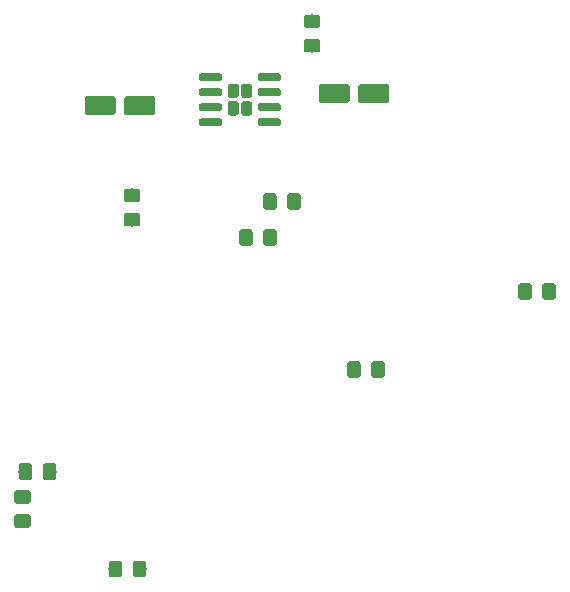
<source format=gbr>
G04 #@! TF.GenerationSoftware,KiCad,Pcbnew,(5.1.4)-1*
G04 #@! TF.CreationDate,2020-06-30T20:05:52+02:00*
G04 #@! TF.ProjectId,ReflowControllerREV1,5265666c-6f77-4436-9f6e-74726f6c6c65,rev?*
G04 #@! TF.SameCoordinates,Original*
G04 #@! TF.FileFunction,Paste,Top*
G04 #@! TF.FilePolarity,Positive*
%FSLAX46Y46*%
G04 Gerber Fmt 4.6, Leading zero omitted, Abs format (unit mm)*
G04 Created by KiCad (PCBNEW (5.1.4)-1) date 2020-06-30 20:05:52*
%MOMM*%
%LPD*%
G04 APERTURE LIST*
%ADD10C,0.100000*%
%ADD11C,1.150000*%
%ADD12C,0.600000*%
%ADD13C,0.920000*%
%ADD14C,1.600000*%
G04 APERTURE END LIST*
D10*
G36*
X237839505Y-98361204D02*
G01*
X237863773Y-98364804D01*
X237887572Y-98370765D01*
X237910671Y-98379030D01*
X237932850Y-98389520D01*
X237953893Y-98402132D01*
X237973599Y-98416747D01*
X237991777Y-98433223D01*
X238008253Y-98451401D01*
X238022868Y-98471107D01*
X238035480Y-98492150D01*
X238045970Y-98514329D01*
X238054235Y-98537428D01*
X238060196Y-98561227D01*
X238063796Y-98585495D01*
X238065000Y-98609999D01*
X238065000Y-99510001D01*
X238063796Y-99534505D01*
X238060196Y-99558773D01*
X238054235Y-99582572D01*
X238045970Y-99605671D01*
X238035480Y-99627850D01*
X238022868Y-99648893D01*
X238008253Y-99668599D01*
X237991777Y-99686777D01*
X237973599Y-99703253D01*
X237953893Y-99717868D01*
X237932850Y-99730480D01*
X237910671Y-99740970D01*
X237887572Y-99749235D01*
X237863773Y-99755196D01*
X237839505Y-99758796D01*
X237815001Y-99760000D01*
X237164999Y-99760000D01*
X237140495Y-99758796D01*
X237116227Y-99755196D01*
X237092428Y-99749235D01*
X237069329Y-99740970D01*
X237047150Y-99730480D01*
X237026107Y-99717868D01*
X237006401Y-99703253D01*
X236988223Y-99686777D01*
X236971747Y-99668599D01*
X236957132Y-99648893D01*
X236944520Y-99627850D01*
X236934030Y-99605671D01*
X236925765Y-99582572D01*
X236919804Y-99558773D01*
X236916204Y-99534505D01*
X236915000Y-99510001D01*
X236915000Y-98609999D01*
X236916204Y-98585495D01*
X236919804Y-98561227D01*
X236925765Y-98537428D01*
X236934030Y-98514329D01*
X236944520Y-98492150D01*
X236957132Y-98471107D01*
X236971747Y-98451401D01*
X236988223Y-98433223D01*
X237006401Y-98416747D01*
X237026107Y-98402132D01*
X237047150Y-98389520D01*
X237069329Y-98379030D01*
X237092428Y-98370765D01*
X237116227Y-98364804D01*
X237140495Y-98361204D01*
X237164999Y-98360000D01*
X237815001Y-98360000D01*
X237839505Y-98361204D01*
X237839505Y-98361204D01*
G37*
D11*
X237490000Y-99060000D03*
D10*
G36*
X239889505Y-98361204D02*
G01*
X239913773Y-98364804D01*
X239937572Y-98370765D01*
X239960671Y-98379030D01*
X239982850Y-98389520D01*
X240003893Y-98402132D01*
X240023599Y-98416747D01*
X240041777Y-98433223D01*
X240058253Y-98451401D01*
X240072868Y-98471107D01*
X240085480Y-98492150D01*
X240095970Y-98514329D01*
X240104235Y-98537428D01*
X240110196Y-98561227D01*
X240113796Y-98585495D01*
X240115000Y-98609999D01*
X240115000Y-99510001D01*
X240113796Y-99534505D01*
X240110196Y-99558773D01*
X240104235Y-99582572D01*
X240095970Y-99605671D01*
X240085480Y-99627850D01*
X240072868Y-99648893D01*
X240058253Y-99668599D01*
X240041777Y-99686777D01*
X240023599Y-99703253D01*
X240003893Y-99717868D01*
X239982850Y-99730480D01*
X239960671Y-99740970D01*
X239937572Y-99749235D01*
X239913773Y-99755196D01*
X239889505Y-99758796D01*
X239865001Y-99760000D01*
X239214999Y-99760000D01*
X239190495Y-99758796D01*
X239166227Y-99755196D01*
X239142428Y-99749235D01*
X239119329Y-99740970D01*
X239097150Y-99730480D01*
X239076107Y-99717868D01*
X239056401Y-99703253D01*
X239038223Y-99686777D01*
X239021747Y-99668599D01*
X239007132Y-99648893D01*
X238994520Y-99627850D01*
X238984030Y-99605671D01*
X238975765Y-99582572D01*
X238969804Y-99558773D01*
X238966204Y-99534505D01*
X238965000Y-99510001D01*
X238965000Y-98609999D01*
X238966204Y-98585495D01*
X238969804Y-98561227D01*
X238975765Y-98537428D01*
X238984030Y-98514329D01*
X238994520Y-98492150D01*
X239007132Y-98471107D01*
X239021747Y-98451401D01*
X239038223Y-98433223D01*
X239056401Y-98416747D01*
X239076107Y-98402132D01*
X239097150Y-98389520D01*
X239119329Y-98379030D01*
X239142428Y-98370765D01*
X239166227Y-98364804D01*
X239190495Y-98361204D01*
X239214999Y-98360000D01*
X239865001Y-98360000D01*
X239889505Y-98361204D01*
X239889505Y-98361204D01*
G37*
D11*
X239540000Y-99060000D03*
D10*
G36*
X211724703Y-84409722D02*
G01*
X211739264Y-84411882D01*
X211753543Y-84415459D01*
X211767403Y-84420418D01*
X211780710Y-84426712D01*
X211793336Y-84434280D01*
X211805159Y-84443048D01*
X211816066Y-84452934D01*
X211825952Y-84463841D01*
X211834720Y-84475664D01*
X211842288Y-84488290D01*
X211848582Y-84501597D01*
X211853541Y-84515457D01*
X211857118Y-84529736D01*
X211859278Y-84544297D01*
X211860000Y-84559000D01*
X211860000Y-84859000D01*
X211859278Y-84873703D01*
X211857118Y-84888264D01*
X211853541Y-84902543D01*
X211848582Y-84916403D01*
X211842288Y-84929710D01*
X211834720Y-84942336D01*
X211825952Y-84954159D01*
X211816066Y-84965066D01*
X211805159Y-84974952D01*
X211793336Y-84983720D01*
X211780710Y-84991288D01*
X211767403Y-84997582D01*
X211753543Y-85002541D01*
X211739264Y-85006118D01*
X211724703Y-85008278D01*
X211710000Y-85009000D01*
X210060000Y-85009000D01*
X210045297Y-85008278D01*
X210030736Y-85006118D01*
X210016457Y-85002541D01*
X210002597Y-84997582D01*
X209989290Y-84991288D01*
X209976664Y-84983720D01*
X209964841Y-84974952D01*
X209953934Y-84965066D01*
X209944048Y-84954159D01*
X209935280Y-84942336D01*
X209927712Y-84929710D01*
X209921418Y-84916403D01*
X209916459Y-84902543D01*
X209912882Y-84888264D01*
X209910722Y-84873703D01*
X209910000Y-84859000D01*
X209910000Y-84559000D01*
X209910722Y-84544297D01*
X209912882Y-84529736D01*
X209916459Y-84515457D01*
X209921418Y-84501597D01*
X209927712Y-84488290D01*
X209935280Y-84475664D01*
X209944048Y-84463841D01*
X209953934Y-84452934D01*
X209964841Y-84443048D01*
X209976664Y-84434280D01*
X209989290Y-84426712D01*
X210002597Y-84420418D01*
X210016457Y-84415459D01*
X210030736Y-84411882D01*
X210045297Y-84409722D01*
X210060000Y-84409000D01*
X211710000Y-84409000D01*
X211724703Y-84409722D01*
X211724703Y-84409722D01*
G37*
D12*
X210885000Y-84709000D03*
D10*
G36*
X211724703Y-83139722D02*
G01*
X211739264Y-83141882D01*
X211753543Y-83145459D01*
X211767403Y-83150418D01*
X211780710Y-83156712D01*
X211793336Y-83164280D01*
X211805159Y-83173048D01*
X211816066Y-83182934D01*
X211825952Y-83193841D01*
X211834720Y-83205664D01*
X211842288Y-83218290D01*
X211848582Y-83231597D01*
X211853541Y-83245457D01*
X211857118Y-83259736D01*
X211859278Y-83274297D01*
X211860000Y-83289000D01*
X211860000Y-83589000D01*
X211859278Y-83603703D01*
X211857118Y-83618264D01*
X211853541Y-83632543D01*
X211848582Y-83646403D01*
X211842288Y-83659710D01*
X211834720Y-83672336D01*
X211825952Y-83684159D01*
X211816066Y-83695066D01*
X211805159Y-83704952D01*
X211793336Y-83713720D01*
X211780710Y-83721288D01*
X211767403Y-83727582D01*
X211753543Y-83732541D01*
X211739264Y-83736118D01*
X211724703Y-83738278D01*
X211710000Y-83739000D01*
X210060000Y-83739000D01*
X210045297Y-83738278D01*
X210030736Y-83736118D01*
X210016457Y-83732541D01*
X210002597Y-83727582D01*
X209989290Y-83721288D01*
X209976664Y-83713720D01*
X209964841Y-83704952D01*
X209953934Y-83695066D01*
X209944048Y-83684159D01*
X209935280Y-83672336D01*
X209927712Y-83659710D01*
X209921418Y-83646403D01*
X209916459Y-83632543D01*
X209912882Y-83618264D01*
X209910722Y-83603703D01*
X209910000Y-83589000D01*
X209910000Y-83289000D01*
X209910722Y-83274297D01*
X209912882Y-83259736D01*
X209916459Y-83245457D01*
X209921418Y-83231597D01*
X209927712Y-83218290D01*
X209935280Y-83205664D01*
X209944048Y-83193841D01*
X209953934Y-83182934D01*
X209964841Y-83173048D01*
X209976664Y-83164280D01*
X209989290Y-83156712D01*
X210002597Y-83150418D01*
X210016457Y-83145459D01*
X210030736Y-83141882D01*
X210045297Y-83139722D01*
X210060000Y-83139000D01*
X211710000Y-83139000D01*
X211724703Y-83139722D01*
X211724703Y-83139722D01*
G37*
D12*
X210885000Y-83439000D03*
D10*
G36*
X211724703Y-81869722D02*
G01*
X211739264Y-81871882D01*
X211753543Y-81875459D01*
X211767403Y-81880418D01*
X211780710Y-81886712D01*
X211793336Y-81894280D01*
X211805159Y-81903048D01*
X211816066Y-81912934D01*
X211825952Y-81923841D01*
X211834720Y-81935664D01*
X211842288Y-81948290D01*
X211848582Y-81961597D01*
X211853541Y-81975457D01*
X211857118Y-81989736D01*
X211859278Y-82004297D01*
X211860000Y-82019000D01*
X211860000Y-82319000D01*
X211859278Y-82333703D01*
X211857118Y-82348264D01*
X211853541Y-82362543D01*
X211848582Y-82376403D01*
X211842288Y-82389710D01*
X211834720Y-82402336D01*
X211825952Y-82414159D01*
X211816066Y-82425066D01*
X211805159Y-82434952D01*
X211793336Y-82443720D01*
X211780710Y-82451288D01*
X211767403Y-82457582D01*
X211753543Y-82462541D01*
X211739264Y-82466118D01*
X211724703Y-82468278D01*
X211710000Y-82469000D01*
X210060000Y-82469000D01*
X210045297Y-82468278D01*
X210030736Y-82466118D01*
X210016457Y-82462541D01*
X210002597Y-82457582D01*
X209989290Y-82451288D01*
X209976664Y-82443720D01*
X209964841Y-82434952D01*
X209953934Y-82425066D01*
X209944048Y-82414159D01*
X209935280Y-82402336D01*
X209927712Y-82389710D01*
X209921418Y-82376403D01*
X209916459Y-82362543D01*
X209912882Y-82348264D01*
X209910722Y-82333703D01*
X209910000Y-82319000D01*
X209910000Y-82019000D01*
X209910722Y-82004297D01*
X209912882Y-81989736D01*
X209916459Y-81975457D01*
X209921418Y-81961597D01*
X209927712Y-81948290D01*
X209935280Y-81935664D01*
X209944048Y-81923841D01*
X209953934Y-81912934D01*
X209964841Y-81903048D01*
X209976664Y-81894280D01*
X209989290Y-81886712D01*
X210002597Y-81880418D01*
X210016457Y-81875459D01*
X210030736Y-81871882D01*
X210045297Y-81869722D01*
X210060000Y-81869000D01*
X211710000Y-81869000D01*
X211724703Y-81869722D01*
X211724703Y-81869722D01*
G37*
D12*
X210885000Y-82169000D03*
D10*
G36*
X211724703Y-80599722D02*
G01*
X211739264Y-80601882D01*
X211753543Y-80605459D01*
X211767403Y-80610418D01*
X211780710Y-80616712D01*
X211793336Y-80624280D01*
X211805159Y-80633048D01*
X211816066Y-80642934D01*
X211825952Y-80653841D01*
X211834720Y-80665664D01*
X211842288Y-80678290D01*
X211848582Y-80691597D01*
X211853541Y-80705457D01*
X211857118Y-80719736D01*
X211859278Y-80734297D01*
X211860000Y-80749000D01*
X211860000Y-81049000D01*
X211859278Y-81063703D01*
X211857118Y-81078264D01*
X211853541Y-81092543D01*
X211848582Y-81106403D01*
X211842288Y-81119710D01*
X211834720Y-81132336D01*
X211825952Y-81144159D01*
X211816066Y-81155066D01*
X211805159Y-81164952D01*
X211793336Y-81173720D01*
X211780710Y-81181288D01*
X211767403Y-81187582D01*
X211753543Y-81192541D01*
X211739264Y-81196118D01*
X211724703Y-81198278D01*
X211710000Y-81199000D01*
X210060000Y-81199000D01*
X210045297Y-81198278D01*
X210030736Y-81196118D01*
X210016457Y-81192541D01*
X210002597Y-81187582D01*
X209989290Y-81181288D01*
X209976664Y-81173720D01*
X209964841Y-81164952D01*
X209953934Y-81155066D01*
X209944048Y-81144159D01*
X209935280Y-81132336D01*
X209927712Y-81119710D01*
X209921418Y-81106403D01*
X209916459Y-81092543D01*
X209912882Y-81078264D01*
X209910722Y-81063703D01*
X209910000Y-81049000D01*
X209910000Y-80749000D01*
X209910722Y-80734297D01*
X209912882Y-80719736D01*
X209916459Y-80705457D01*
X209921418Y-80691597D01*
X209927712Y-80678290D01*
X209935280Y-80665664D01*
X209944048Y-80653841D01*
X209953934Y-80642934D01*
X209964841Y-80633048D01*
X209976664Y-80624280D01*
X209989290Y-80616712D01*
X210002597Y-80610418D01*
X210016457Y-80605459D01*
X210030736Y-80601882D01*
X210045297Y-80599722D01*
X210060000Y-80599000D01*
X211710000Y-80599000D01*
X211724703Y-80599722D01*
X211724703Y-80599722D01*
G37*
D12*
X210885000Y-80899000D03*
D10*
G36*
X216674703Y-80599722D02*
G01*
X216689264Y-80601882D01*
X216703543Y-80605459D01*
X216717403Y-80610418D01*
X216730710Y-80616712D01*
X216743336Y-80624280D01*
X216755159Y-80633048D01*
X216766066Y-80642934D01*
X216775952Y-80653841D01*
X216784720Y-80665664D01*
X216792288Y-80678290D01*
X216798582Y-80691597D01*
X216803541Y-80705457D01*
X216807118Y-80719736D01*
X216809278Y-80734297D01*
X216810000Y-80749000D01*
X216810000Y-81049000D01*
X216809278Y-81063703D01*
X216807118Y-81078264D01*
X216803541Y-81092543D01*
X216798582Y-81106403D01*
X216792288Y-81119710D01*
X216784720Y-81132336D01*
X216775952Y-81144159D01*
X216766066Y-81155066D01*
X216755159Y-81164952D01*
X216743336Y-81173720D01*
X216730710Y-81181288D01*
X216717403Y-81187582D01*
X216703543Y-81192541D01*
X216689264Y-81196118D01*
X216674703Y-81198278D01*
X216660000Y-81199000D01*
X215010000Y-81199000D01*
X214995297Y-81198278D01*
X214980736Y-81196118D01*
X214966457Y-81192541D01*
X214952597Y-81187582D01*
X214939290Y-81181288D01*
X214926664Y-81173720D01*
X214914841Y-81164952D01*
X214903934Y-81155066D01*
X214894048Y-81144159D01*
X214885280Y-81132336D01*
X214877712Y-81119710D01*
X214871418Y-81106403D01*
X214866459Y-81092543D01*
X214862882Y-81078264D01*
X214860722Y-81063703D01*
X214860000Y-81049000D01*
X214860000Y-80749000D01*
X214860722Y-80734297D01*
X214862882Y-80719736D01*
X214866459Y-80705457D01*
X214871418Y-80691597D01*
X214877712Y-80678290D01*
X214885280Y-80665664D01*
X214894048Y-80653841D01*
X214903934Y-80642934D01*
X214914841Y-80633048D01*
X214926664Y-80624280D01*
X214939290Y-80616712D01*
X214952597Y-80610418D01*
X214966457Y-80605459D01*
X214980736Y-80601882D01*
X214995297Y-80599722D01*
X215010000Y-80599000D01*
X216660000Y-80599000D01*
X216674703Y-80599722D01*
X216674703Y-80599722D01*
G37*
D12*
X215835000Y-80899000D03*
D10*
G36*
X216674703Y-81869722D02*
G01*
X216689264Y-81871882D01*
X216703543Y-81875459D01*
X216717403Y-81880418D01*
X216730710Y-81886712D01*
X216743336Y-81894280D01*
X216755159Y-81903048D01*
X216766066Y-81912934D01*
X216775952Y-81923841D01*
X216784720Y-81935664D01*
X216792288Y-81948290D01*
X216798582Y-81961597D01*
X216803541Y-81975457D01*
X216807118Y-81989736D01*
X216809278Y-82004297D01*
X216810000Y-82019000D01*
X216810000Y-82319000D01*
X216809278Y-82333703D01*
X216807118Y-82348264D01*
X216803541Y-82362543D01*
X216798582Y-82376403D01*
X216792288Y-82389710D01*
X216784720Y-82402336D01*
X216775952Y-82414159D01*
X216766066Y-82425066D01*
X216755159Y-82434952D01*
X216743336Y-82443720D01*
X216730710Y-82451288D01*
X216717403Y-82457582D01*
X216703543Y-82462541D01*
X216689264Y-82466118D01*
X216674703Y-82468278D01*
X216660000Y-82469000D01*
X215010000Y-82469000D01*
X214995297Y-82468278D01*
X214980736Y-82466118D01*
X214966457Y-82462541D01*
X214952597Y-82457582D01*
X214939290Y-82451288D01*
X214926664Y-82443720D01*
X214914841Y-82434952D01*
X214903934Y-82425066D01*
X214894048Y-82414159D01*
X214885280Y-82402336D01*
X214877712Y-82389710D01*
X214871418Y-82376403D01*
X214866459Y-82362543D01*
X214862882Y-82348264D01*
X214860722Y-82333703D01*
X214860000Y-82319000D01*
X214860000Y-82019000D01*
X214860722Y-82004297D01*
X214862882Y-81989736D01*
X214866459Y-81975457D01*
X214871418Y-81961597D01*
X214877712Y-81948290D01*
X214885280Y-81935664D01*
X214894048Y-81923841D01*
X214903934Y-81912934D01*
X214914841Y-81903048D01*
X214926664Y-81894280D01*
X214939290Y-81886712D01*
X214952597Y-81880418D01*
X214966457Y-81875459D01*
X214980736Y-81871882D01*
X214995297Y-81869722D01*
X215010000Y-81869000D01*
X216660000Y-81869000D01*
X216674703Y-81869722D01*
X216674703Y-81869722D01*
G37*
D12*
X215835000Y-82169000D03*
D10*
G36*
X216674703Y-83139722D02*
G01*
X216689264Y-83141882D01*
X216703543Y-83145459D01*
X216717403Y-83150418D01*
X216730710Y-83156712D01*
X216743336Y-83164280D01*
X216755159Y-83173048D01*
X216766066Y-83182934D01*
X216775952Y-83193841D01*
X216784720Y-83205664D01*
X216792288Y-83218290D01*
X216798582Y-83231597D01*
X216803541Y-83245457D01*
X216807118Y-83259736D01*
X216809278Y-83274297D01*
X216810000Y-83289000D01*
X216810000Y-83589000D01*
X216809278Y-83603703D01*
X216807118Y-83618264D01*
X216803541Y-83632543D01*
X216798582Y-83646403D01*
X216792288Y-83659710D01*
X216784720Y-83672336D01*
X216775952Y-83684159D01*
X216766066Y-83695066D01*
X216755159Y-83704952D01*
X216743336Y-83713720D01*
X216730710Y-83721288D01*
X216717403Y-83727582D01*
X216703543Y-83732541D01*
X216689264Y-83736118D01*
X216674703Y-83738278D01*
X216660000Y-83739000D01*
X215010000Y-83739000D01*
X214995297Y-83738278D01*
X214980736Y-83736118D01*
X214966457Y-83732541D01*
X214952597Y-83727582D01*
X214939290Y-83721288D01*
X214926664Y-83713720D01*
X214914841Y-83704952D01*
X214903934Y-83695066D01*
X214894048Y-83684159D01*
X214885280Y-83672336D01*
X214877712Y-83659710D01*
X214871418Y-83646403D01*
X214866459Y-83632543D01*
X214862882Y-83618264D01*
X214860722Y-83603703D01*
X214860000Y-83589000D01*
X214860000Y-83289000D01*
X214860722Y-83274297D01*
X214862882Y-83259736D01*
X214866459Y-83245457D01*
X214871418Y-83231597D01*
X214877712Y-83218290D01*
X214885280Y-83205664D01*
X214894048Y-83193841D01*
X214903934Y-83182934D01*
X214914841Y-83173048D01*
X214926664Y-83164280D01*
X214939290Y-83156712D01*
X214952597Y-83150418D01*
X214966457Y-83145459D01*
X214980736Y-83141882D01*
X214995297Y-83139722D01*
X215010000Y-83139000D01*
X216660000Y-83139000D01*
X216674703Y-83139722D01*
X216674703Y-83139722D01*
G37*
D12*
X215835000Y-83439000D03*
D10*
G36*
X216674703Y-84409722D02*
G01*
X216689264Y-84411882D01*
X216703543Y-84415459D01*
X216717403Y-84420418D01*
X216730710Y-84426712D01*
X216743336Y-84434280D01*
X216755159Y-84443048D01*
X216766066Y-84452934D01*
X216775952Y-84463841D01*
X216784720Y-84475664D01*
X216792288Y-84488290D01*
X216798582Y-84501597D01*
X216803541Y-84515457D01*
X216807118Y-84529736D01*
X216809278Y-84544297D01*
X216810000Y-84559000D01*
X216810000Y-84859000D01*
X216809278Y-84873703D01*
X216807118Y-84888264D01*
X216803541Y-84902543D01*
X216798582Y-84916403D01*
X216792288Y-84929710D01*
X216784720Y-84942336D01*
X216775952Y-84954159D01*
X216766066Y-84965066D01*
X216755159Y-84974952D01*
X216743336Y-84983720D01*
X216730710Y-84991288D01*
X216717403Y-84997582D01*
X216703543Y-85002541D01*
X216689264Y-85006118D01*
X216674703Y-85008278D01*
X216660000Y-85009000D01*
X215010000Y-85009000D01*
X214995297Y-85008278D01*
X214980736Y-85006118D01*
X214966457Y-85002541D01*
X214952597Y-84997582D01*
X214939290Y-84991288D01*
X214926664Y-84983720D01*
X214914841Y-84974952D01*
X214903934Y-84965066D01*
X214894048Y-84954159D01*
X214885280Y-84942336D01*
X214877712Y-84929710D01*
X214871418Y-84916403D01*
X214866459Y-84902543D01*
X214862882Y-84888264D01*
X214860722Y-84873703D01*
X214860000Y-84859000D01*
X214860000Y-84559000D01*
X214860722Y-84544297D01*
X214862882Y-84529736D01*
X214866459Y-84515457D01*
X214871418Y-84501597D01*
X214877712Y-84488290D01*
X214885280Y-84475664D01*
X214894048Y-84463841D01*
X214903934Y-84452934D01*
X214914841Y-84443048D01*
X214926664Y-84434280D01*
X214939290Y-84426712D01*
X214952597Y-84420418D01*
X214966457Y-84415459D01*
X214980736Y-84411882D01*
X214995297Y-84409722D01*
X215010000Y-84409000D01*
X216660000Y-84409000D01*
X216674703Y-84409722D01*
X216674703Y-84409722D01*
G37*
D12*
X215835000Y-84709000D03*
D10*
G36*
X213042544Y-81450108D02*
G01*
X213064871Y-81453419D01*
X213086765Y-81458904D01*
X213108017Y-81466508D01*
X213128421Y-81476158D01*
X213147781Y-81487762D01*
X213165910Y-81501208D01*
X213182635Y-81516365D01*
X213197792Y-81533090D01*
X213211238Y-81551219D01*
X213222842Y-81570579D01*
X213232492Y-81590983D01*
X213240096Y-81612235D01*
X213245581Y-81634129D01*
X213248892Y-81656456D01*
X213250000Y-81679000D01*
X213250000Y-82429000D01*
X213248892Y-82451544D01*
X213245581Y-82473871D01*
X213240096Y-82495765D01*
X213232492Y-82517017D01*
X213222842Y-82537421D01*
X213211238Y-82556781D01*
X213197792Y-82574910D01*
X213182635Y-82591635D01*
X213165910Y-82606792D01*
X213147781Y-82620238D01*
X213128421Y-82631842D01*
X213108017Y-82641492D01*
X213086765Y-82649096D01*
X213064871Y-82654581D01*
X213042544Y-82657892D01*
X213020000Y-82659000D01*
X212560000Y-82659000D01*
X212537456Y-82657892D01*
X212515129Y-82654581D01*
X212493235Y-82649096D01*
X212471983Y-82641492D01*
X212451579Y-82631842D01*
X212432219Y-82620238D01*
X212414090Y-82606792D01*
X212397365Y-82591635D01*
X212382208Y-82574910D01*
X212368762Y-82556781D01*
X212357158Y-82537421D01*
X212347508Y-82517017D01*
X212339904Y-82495765D01*
X212334419Y-82473871D01*
X212331108Y-82451544D01*
X212330000Y-82429000D01*
X212330000Y-81679000D01*
X212331108Y-81656456D01*
X212334419Y-81634129D01*
X212339904Y-81612235D01*
X212347508Y-81590983D01*
X212357158Y-81570579D01*
X212368762Y-81551219D01*
X212382208Y-81533090D01*
X212397365Y-81516365D01*
X212414090Y-81501208D01*
X212432219Y-81487762D01*
X212451579Y-81476158D01*
X212471983Y-81466508D01*
X212493235Y-81458904D01*
X212515129Y-81453419D01*
X212537456Y-81450108D01*
X212560000Y-81449000D01*
X213020000Y-81449000D01*
X213042544Y-81450108D01*
X213042544Y-81450108D01*
G37*
D13*
X212790000Y-82054000D03*
D10*
G36*
X213042544Y-82950108D02*
G01*
X213064871Y-82953419D01*
X213086765Y-82958904D01*
X213108017Y-82966508D01*
X213128421Y-82976158D01*
X213147781Y-82987762D01*
X213165910Y-83001208D01*
X213182635Y-83016365D01*
X213197792Y-83033090D01*
X213211238Y-83051219D01*
X213222842Y-83070579D01*
X213232492Y-83090983D01*
X213240096Y-83112235D01*
X213245581Y-83134129D01*
X213248892Y-83156456D01*
X213250000Y-83179000D01*
X213250000Y-83929000D01*
X213248892Y-83951544D01*
X213245581Y-83973871D01*
X213240096Y-83995765D01*
X213232492Y-84017017D01*
X213222842Y-84037421D01*
X213211238Y-84056781D01*
X213197792Y-84074910D01*
X213182635Y-84091635D01*
X213165910Y-84106792D01*
X213147781Y-84120238D01*
X213128421Y-84131842D01*
X213108017Y-84141492D01*
X213086765Y-84149096D01*
X213064871Y-84154581D01*
X213042544Y-84157892D01*
X213020000Y-84159000D01*
X212560000Y-84159000D01*
X212537456Y-84157892D01*
X212515129Y-84154581D01*
X212493235Y-84149096D01*
X212471983Y-84141492D01*
X212451579Y-84131842D01*
X212432219Y-84120238D01*
X212414090Y-84106792D01*
X212397365Y-84091635D01*
X212382208Y-84074910D01*
X212368762Y-84056781D01*
X212357158Y-84037421D01*
X212347508Y-84017017D01*
X212339904Y-83995765D01*
X212334419Y-83973871D01*
X212331108Y-83951544D01*
X212330000Y-83929000D01*
X212330000Y-83179000D01*
X212331108Y-83156456D01*
X212334419Y-83134129D01*
X212339904Y-83112235D01*
X212347508Y-83090983D01*
X212357158Y-83070579D01*
X212368762Y-83051219D01*
X212382208Y-83033090D01*
X212397365Y-83016365D01*
X212414090Y-83001208D01*
X212432219Y-82987762D01*
X212451579Y-82976158D01*
X212471983Y-82966508D01*
X212493235Y-82958904D01*
X212515129Y-82953419D01*
X212537456Y-82950108D01*
X212560000Y-82949000D01*
X213020000Y-82949000D01*
X213042544Y-82950108D01*
X213042544Y-82950108D01*
G37*
D13*
X212790000Y-83554000D03*
D10*
G36*
X214182544Y-81450108D02*
G01*
X214204871Y-81453419D01*
X214226765Y-81458904D01*
X214248017Y-81466508D01*
X214268421Y-81476158D01*
X214287781Y-81487762D01*
X214305910Y-81501208D01*
X214322635Y-81516365D01*
X214337792Y-81533090D01*
X214351238Y-81551219D01*
X214362842Y-81570579D01*
X214372492Y-81590983D01*
X214380096Y-81612235D01*
X214385581Y-81634129D01*
X214388892Y-81656456D01*
X214390000Y-81679000D01*
X214390000Y-82429000D01*
X214388892Y-82451544D01*
X214385581Y-82473871D01*
X214380096Y-82495765D01*
X214372492Y-82517017D01*
X214362842Y-82537421D01*
X214351238Y-82556781D01*
X214337792Y-82574910D01*
X214322635Y-82591635D01*
X214305910Y-82606792D01*
X214287781Y-82620238D01*
X214268421Y-82631842D01*
X214248017Y-82641492D01*
X214226765Y-82649096D01*
X214204871Y-82654581D01*
X214182544Y-82657892D01*
X214160000Y-82659000D01*
X213700000Y-82659000D01*
X213677456Y-82657892D01*
X213655129Y-82654581D01*
X213633235Y-82649096D01*
X213611983Y-82641492D01*
X213591579Y-82631842D01*
X213572219Y-82620238D01*
X213554090Y-82606792D01*
X213537365Y-82591635D01*
X213522208Y-82574910D01*
X213508762Y-82556781D01*
X213497158Y-82537421D01*
X213487508Y-82517017D01*
X213479904Y-82495765D01*
X213474419Y-82473871D01*
X213471108Y-82451544D01*
X213470000Y-82429000D01*
X213470000Y-81679000D01*
X213471108Y-81656456D01*
X213474419Y-81634129D01*
X213479904Y-81612235D01*
X213487508Y-81590983D01*
X213497158Y-81570579D01*
X213508762Y-81551219D01*
X213522208Y-81533090D01*
X213537365Y-81516365D01*
X213554090Y-81501208D01*
X213572219Y-81487762D01*
X213591579Y-81476158D01*
X213611983Y-81466508D01*
X213633235Y-81458904D01*
X213655129Y-81453419D01*
X213677456Y-81450108D01*
X213700000Y-81449000D01*
X214160000Y-81449000D01*
X214182544Y-81450108D01*
X214182544Y-81450108D01*
G37*
D13*
X213930000Y-82054000D03*
D10*
G36*
X214182544Y-82950108D02*
G01*
X214204871Y-82953419D01*
X214226765Y-82958904D01*
X214248017Y-82966508D01*
X214268421Y-82976158D01*
X214287781Y-82987762D01*
X214305910Y-83001208D01*
X214322635Y-83016365D01*
X214337792Y-83033090D01*
X214351238Y-83051219D01*
X214362842Y-83070579D01*
X214372492Y-83090983D01*
X214380096Y-83112235D01*
X214385581Y-83134129D01*
X214388892Y-83156456D01*
X214390000Y-83179000D01*
X214390000Y-83929000D01*
X214388892Y-83951544D01*
X214385581Y-83973871D01*
X214380096Y-83995765D01*
X214372492Y-84017017D01*
X214362842Y-84037421D01*
X214351238Y-84056781D01*
X214337792Y-84074910D01*
X214322635Y-84091635D01*
X214305910Y-84106792D01*
X214287781Y-84120238D01*
X214268421Y-84131842D01*
X214248017Y-84141492D01*
X214226765Y-84149096D01*
X214204871Y-84154581D01*
X214182544Y-84157892D01*
X214160000Y-84159000D01*
X213700000Y-84159000D01*
X213677456Y-84157892D01*
X213655129Y-84154581D01*
X213633235Y-84149096D01*
X213611983Y-84141492D01*
X213591579Y-84131842D01*
X213572219Y-84120238D01*
X213554090Y-84106792D01*
X213537365Y-84091635D01*
X213522208Y-84074910D01*
X213508762Y-84056781D01*
X213497158Y-84037421D01*
X213487508Y-84017017D01*
X213479904Y-83995765D01*
X213474419Y-83973871D01*
X213471108Y-83951544D01*
X213470000Y-83929000D01*
X213470000Y-83179000D01*
X213471108Y-83156456D01*
X213474419Y-83134129D01*
X213479904Y-83112235D01*
X213487508Y-83090983D01*
X213497158Y-83070579D01*
X213508762Y-83051219D01*
X213522208Y-83033090D01*
X213537365Y-83016365D01*
X213554090Y-83001208D01*
X213572219Y-82987762D01*
X213591579Y-82976158D01*
X213611983Y-82966508D01*
X213633235Y-82958904D01*
X213655129Y-82953419D01*
X213677456Y-82950108D01*
X213700000Y-82949000D01*
X214160000Y-82949000D01*
X214182544Y-82950108D01*
X214182544Y-82950108D01*
G37*
D13*
X213930000Y-83554000D03*
D10*
G36*
X205974504Y-82513204D02*
G01*
X205998773Y-82516804D01*
X206022571Y-82522765D01*
X206045671Y-82531030D01*
X206067849Y-82541520D01*
X206088893Y-82554133D01*
X206108598Y-82568747D01*
X206126777Y-82585223D01*
X206143253Y-82603402D01*
X206157867Y-82623107D01*
X206170480Y-82644151D01*
X206180970Y-82666329D01*
X206189235Y-82689429D01*
X206195196Y-82713227D01*
X206198796Y-82737496D01*
X206200000Y-82762000D01*
X206200000Y-83862000D01*
X206198796Y-83886504D01*
X206195196Y-83910773D01*
X206189235Y-83934571D01*
X206180970Y-83957671D01*
X206170480Y-83979849D01*
X206157867Y-84000893D01*
X206143253Y-84020598D01*
X206126777Y-84038777D01*
X206108598Y-84055253D01*
X206088893Y-84069867D01*
X206067849Y-84082480D01*
X206045671Y-84092970D01*
X206022571Y-84101235D01*
X205998773Y-84107196D01*
X205974504Y-84110796D01*
X205950000Y-84112000D01*
X203800000Y-84112000D01*
X203775496Y-84110796D01*
X203751227Y-84107196D01*
X203727429Y-84101235D01*
X203704329Y-84092970D01*
X203682151Y-84082480D01*
X203661107Y-84069867D01*
X203641402Y-84055253D01*
X203623223Y-84038777D01*
X203606747Y-84020598D01*
X203592133Y-84000893D01*
X203579520Y-83979849D01*
X203569030Y-83957671D01*
X203560765Y-83934571D01*
X203554804Y-83910773D01*
X203551204Y-83886504D01*
X203550000Y-83862000D01*
X203550000Y-82762000D01*
X203551204Y-82737496D01*
X203554804Y-82713227D01*
X203560765Y-82689429D01*
X203569030Y-82666329D01*
X203579520Y-82644151D01*
X203592133Y-82623107D01*
X203606747Y-82603402D01*
X203623223Y-82585223D01*
X203641402Y-82568747D01*
X203661107Y-82554133D01*
X203682151Y-82541520D01*
X203704329Y-82531030D01*
X203727429Y-82522765D01*
X203751227Y-82516804D01*
X203775496Y-82513204D01*
X203800000Y-82512000D01*
X205950000Y-82512000D01*
X205974504Y-82513204D01*
X205974504Y-82513204D01*
G37*
D14*
X204875000Y-83312000D03*
D10*
G36*
X202624504Y-82513204D02*
G01*
X202648773Y-82516804D01*
X202672571Y-82522765D01*
X202695671Y-82531030D01*
X202717849Y-82541520D01*
X202738893Y-82554133D01*
X202758598Y-82568747D01*
X202776777Y-82585223D01*
X202793253Y-82603402D01*
X202807867Y-82623107D01*
X202820480Y-82644151D01*
X202830970Y-82666329D01*
X202839235Y-82689429D01*
X202845196Y-82713227D01*
X202848796Y-82737496D01*
X202850000Y-82762000D01*
X202850000Y-83862000D01*
X202848796Y-83886504D01*
X202845196Y-83910773D01*
X202839235Y-83934571D01*
X202830970Y-83957671D01*
X202820480Y-83979849D01*
X202807867Y-84000893D01*
X202793253Y-84020598D01*
X202776777Y-84038777D01*
X202758598Y-84055253D01*
X202738893Y-84069867D01*
X202717849Y-84082480D01*
X202695671Y-84092970D01*
X202672571Y-84101235D01*
X202648773Y-84107196D01*
X202624504Y-84110796D01*
X202600000Y-84112000D01*
X200450000Y-84112000D01*
X200425496Y-84110796D01*
X200401227Y-84107196D01*
X200377429Y-84101235D01*
X200354329Y-84092970D01*
X200332151Y-84082480D01*
X200311107Y-84069867D01*
X200291402Y-84055253D01*
X200273223Y-84038777D01*
X200256747Y-84020598D01*
X200242133Y-84000893D01*
X200229520Y-83979849D01*
X200219030Y-83957671D01*
X200210765Y-83934571D01*
X200204804Y-83910773D01*
X200201204Y-83886504D01*
X200200000Y-83862000D01*
X200200000Y-82762000D01*
X200201204Y-82737496D01*
X200204804Y-82713227D01*
X200210765Y-82689429D01*
X200219030Y-82666329D01*
X200229520Y-82644151D01*
X200242133Y-82623107D01*
X200256747Y-82603402D01*
X200273223Y-82585223D01*
X200291402Y-82568747D01*
X200311107Y-82554133D01*
X200332151Y-82541520D01*
X200354329Y-82531030D01*
X200377429Y-82522765D01*
X200401227Y-82516804D01*
X200425496Y-82513204D01*
X200450000Y-82512000D01*
X202600000Y-82512000D01*
X202624504Y-82513204D01*
X202624504Y-82513204D01*
G37*
D14*
X201525000Y-83312000D03*
D10*
G36*
X204690505Y-92399204D02*
G01*
X204714773Y-92402804D01*
X204738572Y-92408765D01*
X204761671Y-92417030D01*
X204783850Y-92427520D01*
X204804893Y-92440132D01*
X204824599Y-92454747D01*
X204842777Y-92471223D01*
X204859253Y-92489401D01*
X204873868Y-92509107D01*
X204886480Y-92530150D01*
X204896970Y-92552329D01*
X204905235Y-92575428D01*
X204911196Y-92599227D01*
X204914796Y-92623495D01*
X204916000Y-92647999D01*
X204916000Y-93298001D01*
X204914796Y-93322505D01*
X204911196Y-93346773D01*
X204905235Y-93370572D01*
X204896970Y-93393671D01*
X204886480Y-93415850D01*
X204873868Y-93436893D01*
X204859253Y-93456599D01*
X204842777Y-93474777D01*
X204824599Y-93491253D01*
X204804893Y-93505868D01*
X204783850Y-93518480D01*
X204761671Y-93528970D01*
X204738572Y-93537235D01*
X204714773Y-93543196D01*
X204690505Y-93546796D01*
X204666001Y-93548000D01*
X203765999Y-93548000D01*
X203741495Y-93546796D01*
X203717227Y-93543196D01*
X203693428Y-93537235D01*
X203670329Y-93528970D01*
X203648150Y-93518480D01*
X203627107Y-93505868D01*
X203607401Y-93491253D01*
X203589223Y-93474777D01*
X203572747Y-93456599D01*
X203558132Y-93436893D01*
X203545520Y-93415850D01*
X203535030Y-93393671D01*
X203526765Y-93370572D01*
X203520804Y-93346773D01*
X203517204Y-93322505D01*
X203516000Y-93298001D01*
X203516000Y-92647999D01*
X203517204Y-92623495D01*
X203520804Y-92599227D01*
X203526765Y-92575428D01*
X203535030Y-92552329D01*
X203545520Y-92530150D01*
X203558132Y-92509107D01*
X203572747Y-92489401D01*
X203589223Y-92471223D01*
X203607401Y-92454747D01*
X203627107Y-92440132D01*
X203648150Y-92427520D01*
X203670329Y-92417030D01*
X203693428Y-92408765D01*
X203717227Y-92402804D01*
X203741495Y-92399204D01*
X203765999Y-92398000D01*
X204666001Y-92398000D01*
X204690505Y-92399204D01*
X204690505Y-92399204D01*
G37*
D11*
X204216000Y-92973000D03*
D10*
G36*
X204690505Y-90349204D02*
G01*
X204714773Y-90352804D01*
X204738572Y-90358765D01*
X204761671Y-90367030D01*
X204783850Y-90377520D01*
X204804893Y-90390132D01*
X204824599Y-90404747D01*
X204842777Y-90421223D01*
X204859253Y-90439401D01*
X204873868Y-90459107D01*
X204886480Y-90480150D01*
X204896970Y-90502329D01*
X204905235Y-90525428D01*
X204911196Y-90549227D01*
X204914796Y-90573495D01*
X204916000Y-90597999D01*
X204916000Y-91248001D01*
X204914796Y-91272505D01*
X204911196Y-91296773D01*
X204905235Y-91320572D01*
X204896970Y-91343671D01*
X204886480Y-91365850D01*
X204873868Y-91386893D01*
X204859253Y-91406599D01*
X204842777Y-91424777D01*
X204824599Y-91441253D01*
X204804893Y-91455868D01*
X204783850Y-91468480D01*
X204761671Y-91478970D01*
X204738572Y-91487235D01*
X204714773Y-91493196D01*
X204690505Y-91496796D01*
X204666001Y-91498000D01*
X203765999Y-91498000D01*
X203741495Y-91496796D01*
X203717227Y-91493196D01*
X203693428Y-91487235D01*
X203670329Y-91478970D01*
X203648150Y-91468480D01*
X203627107Y-91455868D01*
X203607401Y-91441253D01*
X203589223Y-91424777D01*
X203572747Y-91406599D01*
X203558132Y-91386893D01*
X203545520Y-91365850D01*
X203535030Y-91343671D01*
X203526765Y-91320572D01*
X203520804Y-91296773D01*
X203517204Y-91272505D01*
X203516000Y-91248001D01*
X203516000Y-90597999D01*
X203517204Y-90573495D01*
X203520804Y-90549227D01*
X203526765Y-90525428D01*
X203535030Y-90502329D01*
X203545520Y-90480150D01*
X203558132Y-90459107D01*
X203572747Y-90439401D01*
X203589223Y-90421223D01*
X203607401Y-90404747D01*
X203627107Y-90390132D01*
X203648150Y-90377520D01*
X203670329Y-90367030D01*
X203693428Y-90358765D01*
X203717227Y-90352804D01*
X203741495Y-90349204D01*
X203765999Y-90348000D01*
X204666001Y-90348000D01*
X204690505Y-90349204D01*
X204690505Y-90349204D01*
G37*
D11*
X204216000Y-90923000D03*
D10*
G36*
X219930505Y-77667204D02*
G01*
X219954773Y-77670804D01*
X219978572Y-77676765D01*
X220001671Y-77685030D01*
X220023850Y-77695520D01*
X220044893Y-77708132D01*
X220064599Y-77722747D01*
X220082777Y-77739223D01*
X220099253Y-77757401D01*
X220113868Y-77777107D01*
X220126480Y-77798150D01*
X220136970Y-77820329D01*
X220145235Y-77843428D01*
X220151196Y-77867227D01*
X220154796Y-77891495D01*
X220156000Y-77915999D01*
X220156000Y-78566001D01*
X220154796Y-78590505D01*
X220151196Y-78614773D01*
X220145235Y-78638572D01*
X220136970Y-78661671D01*
X220126480Y-78683850D01*
X220113868Y-78704893D01*
X220099253Y-78724599D01*
X220082777Y-78742777D01*
X220064599Y-78759253D01*
X220044893Y-78773868D01*
X220023850Y-78786480D01*
X220001671Y-78796970D01*
X219978572Y-78805235D01*
X219954773Y-78811196D01*
X219930505Y-78814796D01*
X219906001Y-78816000D01*
X219005999Y-78816000D01*
X218981495Y-78814796D01*
X218957227Y-78811196D01*
X218933428Y-78805235D01*
X218910329Y-78796970D01*
X218888150Y-78786480D01*
X218867107Y-78773868D01*
X218847401Y-78759253D01*
X218829223Y-78742777D01*
X218812747Y-78724599D01*
X218798132Y-78704893D01*
X218785520Y-78683850D01*
X218775030Y-78661671D01*
X218766765Y-78638572D01*
X218760804Y-78614773D01*
X218757204Y-78590505D01*
X218756000Y-78566001D01*
X218756000Y-77915999D01*
X218757204Y-77891495D01*
X218760804Y-77867227D01*
X218766765Y-77843428D01*
X218775030Y-77820329D01*
X218785520Y-77798150D01*
X218798132Y-77777107D01*
X218812747Y-77757401D01*
X218829223Y-77739223D01*
X218847401Y-77722747D01*
X218867107Y-77708132D01*
X218888150Y-77695520D01*
X218910329Y-77685030D01*
X218933428Y-77676765D01*
X218957227Y-77670804D01*
X218981495Y-77667204D01*
X219005999Y-77666000D01*
X219906001Y-77666000D01*
X219930505Y-77667204D01*
X219930505Y-77667204D01*
G37*
D11*
X219456000Y-78241000D03*
D10*
G36*
X219930505Y-75617204D02*
G01*
X219954773Y-75620804D01*
X219978572Y-75626765D01*
X220001671Y-75635030D01*
X220023850Y-75645520D01*
X220044893Y-75658132D01*
X220064599Y-75672747D01*
X220082777Y-75689223D01*
X220099253Y-75707401D01*
X220113868Y-75727107D01*
X220126480Y-75748150D01*
X220136970Y-75770329D01*
X220145235Y-75793428D01*
X220151196Y-75817227D01*
X220154796Y-75841495D01*
X220156000Y-75865999D01*
X220156000Y-76516001D01*
X220154796Y-76540505D01*
X220151196Y-76564773D01*
X220145235Y-76588572D01*
X220136970Y-76611671D01*
X220126480Y-76633850D01*
X220113868Y-76654893D01*
X220099253Y-76674599D01*
X220082777Y-76692777D01*
X220064599Y-76709253D01*
X220044893Y-76723868D01*
X220023850Y-76736480D01*
X220001671Y-76746970D01*
X219978572Y-76755235D01*
X219954773Y-76761196D01*
X219930505Y-76764796D01*
X219906001Y-76766000D01*
X219005999Y-76766000D01*
X218981495Y-76764796D01*
X218957227Y-76761196D01*
X218933428Y-76755235D01*
X218910329Y-76746970D01*
X218888150Y-76736480D01*
X218867107Y-76723868D01*
X218847401Y-76709253D01*
X218829223Y-76692777D01*
X218812747Y-76674599D01*
X218798132Y-76654893D01*
X218785520Y-76633850D01*
X218775030Y-76611671D01*
X218766765Y-76588572D01*
X218760804Y-76564773D01*
X218757204Y-76540505D01*
X218756000Y-76516001D01*
X218756000Y-75865999D01*
X218757204Y-75841495D01*
X218760804Y-75817227D01*
X218766765Y-75793428D01*
X218775030Y-75770329D01*
X218785520Y-75748150D01*
X218798132Y-75727107D01*
X218812747Y-75707401D01*
X218829223Y-75689223D01*
X218847401Y-75672747D01*
X218867107Y-75658132D01*
X218888150Y-75645520D01*
X218910329Y-75635030D01*
X218933428Y-75626765D01*
X218957227Y-75620804D01*
X218981495Y-75617204D01*
X219005999Y-75616000D01*
X219906001Y-75616000D01*
X219930505Y-75617204D01*
X219930505Y-75617204D01*
G37*
D11*
X219456000Y-76191000D03*
D10*
G36*
X222436504Y-81497204D02*
G01*
X222460773Y-81500804D01*
X222484571Y-81506765D01*
X222507671Y-81515030D01*
X222529849Y-81525520D01*
X222550893Y-81538133D01*
X222570598Y-81552747D01*
X222588777Y-81569223D01*
X222605253Y-81587402D01*
X222619867Y-81607107D01*
X222632480Y-81628151D01*
X222642970Y-81650329D01*
X222651235Y-81673429D01*
X222657196Y-81697227D01*
X222660796Y-81721496D01*
X222662000Y-81746000D01*
X222662000Y-82846000D01*
X222660796Y-82870504D01*
X222657196Y-82894773D01*
X222651235Y-82918571D01*
X222642970Y-82941671D01*
X222632480Y-82963849D01*
X222619867Y-82984893D01*
X222605253Y-83004598D01*
X222588777Y-83022777D01*
X222570598Y-83039253D01*
X222550893Y-83053867D01*
X222529849Y-83066480D01*
X222507671Y-83076970D01*
X222484571Y-83085235D01*
X222460773Y-83091196D01*
X222436504Y-83094796D01*
X222412000Y-83096000D01*
X220262000Y-83096000D01*
X220237496Y-83094796D01*
X220213227Y-83091196D01*
X220189429Y-83085235D01*
X220166329Y-83076970D01*
X220144151Y-83066480D01*
X220123107Y-83053867D01*
X220103402Y-83039253D01*
X220085223Y-83022777D01*
X220068747Y-83004598D01*
X220054133Y-82984893D01*
X220041520Y-82963849D01*
X220031030Y-82941671D01*
X220022765Y-82918571D01*
X220016804Y-82894773D01*
X220013204Y-82870504D01*
X220012000Y-82846000D01*
X220012000Y-81746000D01*
X220013204Y-81721496D01*
X220016804Y-81697227D01*
X220022765Y-81673429D01*
X220031030Y-81650329D01*
X220041520Y-81628151D01*
X220054133Y-81607107D01*
X220068747Y-81587402D01*
X220085223Y-81569223D01*
X220103402Y-81552747D01*
X220123107Y-81538133D01*
X220144151Y-81525520D01*
X220166329Y-81515030D01*
X220189429Y-81506765D01*
X220213227Y-81500804D01*
X220237496Y-81497204D01*
X220262000Y-81496000D01*
X222412000Y-81496000D01*
X222436504Y-81497204D01*
X222436504Y-81497204D01*
G37*
D14*
X221337000Y-82296000D03*
D10*
G36*
X225786504Y-81497204D02*
G01*
X225810773Y-81500804D01*
X225834571Y-81506765D01*
X225857671Y-81515030D01*
X225879849Y-81525520D01*
X225900893Y-81538133D01*
X225920598Y-81552747D01*
X225938777Y-81569223D01*
X225955253Y-81587402D01*
X225969867Y-81607107D01*
X225982480Y-81628151D01*
X225992970Y-81650329D01*
X226001235Y-81673429D01*
X226007196Y-81697227D01*
X226010796Y-81721496D01*
X226012000Y-81746000D01*
X226012000Y-82846000D01*
X226010796Y-82870504D01*
X226007196Y-82894773D01*
X226001235Y-82918571D01*
X225992970Y-82941671D01*
X225982480Y-82963849D01*
X225969867Y-82984893D01*
X225955253Y-83004598D01*
X225938777Y-83022777D01*
X225920598Y-83039253D01*
X225900893Y-83053867D01*
X225879849Y-83066480D01*
X225857671Y-83076970D01*
X225834571Y-83085235D01*
X225810773Y-83091196D01*
X225786504Y-83094796D01*
X225762000Y-83096000D01*
X223612000Y-83096000D01*
X223587496Y-83094796D01*
X223563227Y-83091196D01*
X223539429Y-83085235D01*
X223516329Y-83076970D01*
X223494151Y-83066480D01*
X223473107Y-83053867D01*
X223453402Y-83039253D01*
X223435223Y-83022777D01*
X223418747Y-83004598D01*
X223404133Y-82984893D01*
X223391520Y-82963849D01*
X223381030Y-82941671D01*
X223372765Y-82918571D01*
X223366804Y-82894773D01*
X223363204Y-82870504D01*
X223362000Y-82846000D01*
X223362000Y-81746000D01*
X223363204Y-81721496D01*
X223366804Y-81697227D01*
X223372765Y-81673429D01*
X223381030Y-81650329D01*
X223391520Y-81628151D01*
X223404133Y-81607107D01*
X223418747Y-81587402D01*
X223435223Y-81569223D01*
X223453402Y-81552747D01*
X223473107Y-81538133D01*
X223494151Y-81525520D01*
X223516329Y-81515030D01*
X223539429Y-81506765D01*
X223563227Y-81500804D01*
X223587496Y-81497204D01*
X223612000Y-81496000D01*
X225762000Y-81496000D01*
X225786504Y-81497204D01*
X225786504Y-81497204D01*
G37*
D14*
X224687000Y-82296000D03*
D10*
G36*
X214208505Y-93789204D02*
G01*
X214232773Y-93792804D01*
X214256572Y-93798765D01*
X214279671Y-93807030D01*
X214301850Y-93817520D01*
X214322893Y-93830132D01*
X214342599Y-93844747D01*
X214360777Y-93861223D01*
X214377253Y-93879401D01*
X214391868Y-93899107D01*
X214404480Y-93920150D01*
X214414970Y-93942329D01*
X214423235Y-93965428D01*
X214429196Y-93989227D01*
X214432796Y-94013495D01*
X214434000Y-94037999D01*
X214434000Y-94938001D01*
X214432796Y-94962505D01*
X214429196Y-94986773D01*
X214423235Y-95010572D01*
X214414970Y-95033671D01*
X214404480Y-95055850D01*
X214391868Y-95076893D01*
X214377253Y-95096599D01*
X214360777Y-95114777D01*
X214342599Y-95131253D01*
X214322893Y-95145868D01*
X214301850Y-95158480D01*
X214279671Y-95168970D01*
X214256572Y-95177235D01*
X214232773Y-95183196D01*
X214208505Y-95186796D01*
X214184001Y-95188000D01*
X213533999Y-95188000D01*
X213509495Y-95186796D01*
X213485227Y-95183196D01*
X213461428Y-95177235D01*
X213438329Y-95168970D01*
X213416150Y-95158480D01*
X213395107Y-95145868D01*
X213375401Y-95131253D01*
X213357223Y-95114777D01*
X213340747Y-95096599D01*
X213326132Y-95076893D01*
X213313520Y-95055850D01*
X213303030Y-95033671D01*
X213294765Y-95010572D01*
X213288804Y-94986773D01*
X213285204Y-94962505D01*
X213284000Y-94938001D01*
X213284000Y-94037999D01*
X213285204Y-94013495D01*
X213288804Y-93989227D01*
X213294765Y-93965428D01*
X213303030Y-93942329D01*
X213313520Y-93920150D01*
X213326132Y-93899107D01*
X213340747Y-93879401D01*
X213357223Y-93861223D01*
X213375401Y-93844747D01*
X213395107Y-93830132D01*
X213416150Y-93817520D01*
X213438329Y-93807030D01*
X213461428Y-93798765D01*
X213485227Y-93792804D01*
X213509495Y-93789204D01*
X213533999Y-93788000D01*
X214184001Y-93788000D01*
X214208505Y-93789204D01*
X214208505Y-93789204D01*
G37*
D11*
X213859000Y-94488000D03*
D10*
G36*
X216258505Y-93789204D02*
G01*
X216282773Y-93792804D01*
X216306572Y-93798765D01*
X216329671Y-93807030D01*
X216351850Y-93817520D01*
X216372893Y-93830132D01*
X216392599Y-93844747D01*
X216410777Y-93861223D01*
X216427253Y-93879401D01*
X216441868Y-93899107D01*
X216454480Y-93920150D01*
X216464970Y-93942329D01*
X216473235Y-93965428D01*
X216479196Y-93989227D01*
X216482796Y-94013495D01*
X216484000Y-94037999D01*
X216484000Y-94938001D01*
X216482796Y-94962505D01*
X216479196Y-94986773D01*
X216473235Y-95010572D01*
X216464970Y-95033671D01*
X216454480Y-95055850D01*
X216441868Y-95076893D01*
X216427253Y-95096599D01*
X216410777Y-95114777D01*
X216392599Y-95131253D01*
X216372893Y-95145868D01*
X216351850Y-95158480D01*
X216329671Y-95168970D01*
X216306572Y-95177235D01*
X216282773Y-95183196D01*
X216258505Y-95186796D01*
X216234001Y-95188000D01*
X215583999Y-95188000D01*
X215559495Y-95186796D01*
X215535227Y-95183196D01*
X215511428Y-95177235D01*
X215488329Y-95168970D01*
X215466150Y-95158480D01*
X215445107Y-95145868D01*
X215425401Y-95131253D01*
X215407223Y-95114777D01*
X215390747Y-95096599D01*
X215376132Y-95076893D01*
X215363520Y-95055850D01*
X215353030Y-95033671D01*
X215344765Y-95010572D01*
X215338804Y-94986773D01*
X215335204Y-94962505D01*
X215334000Y-94938001D01*
X215334000Y-94037999D01*
X215335204Y-94013495D01*
X215338804Y-93989227D01*
X215344765Y-93965428D01*
X215353030Y-93942329D01*
X215363520Y-93920150D01*
X215376132Y-93899107D01*
X215390747Y-93879401D01*
X215407223Y-93861223D01*
X215425401Y-93844747D01*
X215445107Y-93830132D01*
X215466150Y-93817520D01*
X215488329Y-93807030D01*
X215511428Y-93798765D01*
X215535227Y-93792804D01*
X215559495Y-93789204D01*
X215583999Y-93788000D01*
X216234001Y-93788000D01*
X216258505Y-93789204D01*
X216258505Y-93789204D01*
G37*
D11*
X215909000Y-94488000D03*
D10*
G36*
X216240505Y-90741204D02*
G01*
X216264773Y-90744804D01*
X216288572Y-90750765D01*
X216311671Y-90759030D01*
X216333850Y-90769520D01*
X216354893Y-90782132D01*
X216374599Y-90796747D01*
X216392777Y-90813223D01*
X216409253Y-90831401D01*
X216423868Y-90851107D01*
X216436480Y-90872150D01*
X216446970Y-90894329D01*
X216455235Y-90917428D01*
X216461196Y-90941227D01*
X216464796Y-90965495D01*
X216466000Y-90989999D01*
X216466000Y-91890001D01*
X216464796Y-91914505D01*
X216461196Y-91938773D01*
X216455235Y-91962572D01*
X216446970Y-91985671D01*
X216436480Y-92007850D01*
X216423868Y-92028893D01*
X216409253Y-92048599D01*
X216392777Y-92066777D01*
X216374599Y-92083253D01*
X216354893Y-92097868D01*
X216333850Y-92110480D01*
X216311671Y-92120970D01*
X216288572Y-92129235D01*
X216264773Y-92135196D01*
X216240505Y-92138796D01*
X216216001Y-92140000D01*
X215565999Y-92140000D01*
X215541495Y-92138796D01*
X215517227Y-92135196D01*
X215493428Y-92129235D01*
X215470329Y-92120970D01*
X215448150Y-92110480D01*
X215427107Y-92097868D01*
X215407401Y-92083253D01*
X215389223Y-92066777D01*
X215372747Y-92048599D01*
X215358132Y-92028893D01*
X215345520Y-92007850D01*
X215335030Y-91985671D01*
X215326765Y-91962572D01*
X215320804Y-91938773D01*
X215317204Y-91914505D01*
X215316000Y-91890001D01*
X215316000Y-90989999D01*
X215317204Y-90965495D01*
X215320804Y-90941227D01*
X215326765Y-90917428D01*
X215335030Y-90894329D01*
X215345520Y-90872150D01*
X215358132Y-90851107D01*
X215372747Y-90831401D01*
X215389223Y-90813223D01*
X215407401Y-90796747D01*
X215427107Y-90782132D01*
X215448150Y-90769520D01*
X215470329Y-90759030D01*
X215493428Y-90750765D01*
X215517227Y-90744804D01*
X215541495Y-90741204D01*
X215565999Y-90740000D01*
X216216001Y-90740000D01*
X216240505Y-90741204D01*
X216240505Y-90741204D01*
G37*
D11*
X215891000Y-91440000D03*
D10*
G36*
X218290505Y-90741204D02*
G01*
X218314773Y-90744804D01*
X218338572Y-90750765D01*
X218361671Y-90759030D01*
X218383850Y-90769520D01*
X218404893Y-90782132D01*
X218424599Y-90796747D01*
X218442777Y-90813223D01*
X218459253Y-90831401D01*
X218473868Y-90851107D01*
X218486480Y-90872150D01*
X218496970Y-90894329D01*
X218505235Y-90917428D01*
X218511196Y-90941227D01*
X218514796Y-90965495D01*
X218516000Y-90989999D01*
X218516000Y-91890001D01*
X218514796Y-91914505D01*
X218511196Y-91938773D01*
X218505235Y-91962572D01*
X218496970Y-91985671D01*
X218486480Y-92007850D01*
X218473868Y-92028893D01*
X218459253Y-92048599D01*
X218442777Y-92066777D01*
X218424599Y-92083253D01*
X218404893Y-92097868D01*
X218383850Y-92110480D01*
X218361671Y-92120970D01*
X218338572Y-92129235D01*
X218314773Y-92135196D01*
X218290505Y-92138796D01*
X218266001Y-92140000D01*
X217615999Y-92140000D01*
X217591495Y-92138796D01*
X217567227Y-92135196D01*
X217543428Y-92129235D01*
X217520329Y-92120970D01*
X217498150Y-92110480D01*
X217477107Y-92097868D01*
X217457401Y-92083253D01*
X217439223Y-92066777D01*
X217422747Y-92048599D01*
X217408132Y-92028893D01*
X217395520Y-92007850D01*
X217385030Y-91985671D01*
X217376765Y-91962572D01*
X217370804Y-91938773D01*
X217367204Y-91914505D01*
X217366000Y-91890001D01*
X217366000Y-90989999D01*
X217367204Y-90965495D01*
X217370804Y-90941227D01*
X217376765Y-90917428D01*
X217385030Y-90894329D01*
X217395520Y-90872150D01*
X217408132Y-90851107D01*
X217422747Y-90831401D01*
X217439223Y-90813223D01*
X217457401Y-90796747D01*
X217477107Y-90782132D01*
X217498150Y-90769520D01*
X217520329Y-90759030D01*
X217543428Y-90750765D01*
X217567227Y-90744804D01*
X217591495Y-90741204D01*
X217615999Y-90740000D01*
X218266001Y-90740000D01*
X218290505Y-90741204D01*
X218290505Y-90741204D01*
G37*
D11*
X217941000Y-91440000D03*
D10*
G36*
X225402505Y-104965204D02*
G01*
X225426773Y-104968804D01*
X225450572Y-104974765D01*
X225473671Y-104983030D01*
X225495850Y-104993520D01*
X225516893Y-105006132D01*
X225536599Y-105020747D01*
X225554777Y-105037223D01*
X225571253Y-105055401D01*
X225585868Y-105075107D01*
X225598480Y-105096150D01*
X225608970Y-105118329D01*
X225617235Y-105141428D01*
X225623196Y-105165227D01*
X225626796Y-105189495D01*
X225628000Y-105213999D01*
X225628000Y-106114001D01*
X225626796Y-106138505D01*
X225623196Y-106162773D01*
X225617235Y-106186572D01*
X225608970Y-106209671D01*
X225598480Y-106231850D01*
X225585868Y-106252893D01*
X225571253Y-106272599D01*
X225554777Y-106290777D01*
X225536599Y-106307253D01*
X225516893Y-106321868D01*
X225495850Y-106334480D01*
X225473671Y-106344970D01*
X225450572Y-106353235D01*
X225426773Y-106359196D01*
X225402505Y-106362796D01*
X225378001Y-106364000D01*
X224727999Y-106364000D01*
X224703495Y-106362796D01*
X224679227Y-106359196D01*
X224655428Y-106353235D01*
X224632329Y-106344970D01*
X224610150Y-106334480D01*
X224589107Y-106321868D01*
X224569401Y-106307253D01*
X224551223Y-106290777D01*
X224534747Y-106272599D01*
X224520132Y-106252893D01*
X224507520Y-106231850D01*
X224497030Y-106209671D01*
X224488765Y-106186572D01*
X224482804Y-106162773D01*
X224479204Y-106138505D01*
X224478000Y-106114001D01*
X224478000Y-105213999D01*
X224479204Y-105189495D01*
X224482804Y-105165227D01*
X224488765Y-105141428D01*
X224497030Y-105118329D01*
X224507520Y-105096150D01*
X224520132Y-105075107D01*
X224534747Y-105055401D01*
X224551223Y-105037223D01*
X224569401Y-105020747D01*
X224589107Y-105006132D01*
X224610150Y-104993520D01*
X224632329Y-104983030D01*
X224655428Y-104974765D01*
X224679227Y-104968804D01*
X224703495Y-104965204D01*
X224727999Y-104964000D01*
X225378001Y-104964000D01*
X225402505Y-104965204D01*
X225402505Y-104965204D01*
G37*
D11*
X225053000Y-105664000D03*
D10*
G36*
X223352505Y-104965204D02*
G01*
X223376773Y-104968804D01*
X223400572Y-104974765D01*
X223423671Y-104983030D01*
X223445850Y-104993520D01*
X223466893Y-105006132D01*
X223486599Y-105020747D01*
X223504777Y-105037223D01*
X223521253Y-105055401D01*
X223535868Y-105075107D01*
X223548480Y-105096150D01*
X223558970Y-105118329D01*
X223567235Y-105141428D01*
X223573196Y-105165227D01*
X223576796Y-105189495D01*
X223578000Y-105213999D01*
X223578000Y-106114001D01*
X223576796Y-106138505D01*
X223573196Y-106162773D01*
X223567235Y-106186572D01*
X223558970Y-106209671D01*
X223548480Y-106231850D01*
X223535868Y-106252893D01*
X223521253Y-106272599D01*
X223504777Y-106290777D01*
X223486599Y-106307253D01*
X223466893Y-106321868D01*
X223445850Y-106334480D01*
X223423671Y-106344970D01*
X223400572Y-106353235D01*
X223376773Y-106359196D01*
X223352505Y-106362796D01*
X223328001Y-106364000D01*
X222677999Y-106364000D01*
X222653495Y-106362796D01*
X222629227Y-106359196D01*
X222605428Y-106353235D01*
X222582329Y-106344970D01*
X222560150Y-106334480D01*
X222539107Y-106321868D01*
X222519401Y-106307253D01*
X222501223Y-106290777D01*
X222484747Y-106272599D01*
X222470132Y-106252893D01*
X222457520Y-106231850D01*
X222447030Y-106209671D01*
X222438765Y-106186572D01*
X222432804Y-106162773D01*
X222429204Y-106138505D01*
X222428000Y-106114001D01*
X222428000Y-105213999D01*
X222429204Y-105189495D01*
X222432804Y-105165227D01*
X222438765Y-105141428D01*
X222447030Y-105118329D01*
X222457520Y-105096150D01*
X222470132Y-105075107D01*
X222484747Y-105055401D01*
X222501223Y-105037223D01*
X222519401Y-105020747D01*
X222539107Y-105006132D01*
X222560150Y-104993520D01*
X222582329Y-104983030D01*
X222605428Y-104974765D01*
X222629227Y-104968804D01*
X222653495Y-104965204D01*
X222677999Y-104964000D01*
X223328001Y-104964000D01*
X223352505Y-104965204D01*
X223352505Y-104965204D01*
G37*
D11*
X223003000Y-105664000D03*
D10*
G36*
X195419505Y-115876204D02*
G01*
X195443773Y-115879804D01*
X195467572Y-115885765D01*
X195490671Y-115894030D01*
X195512850Y-115904520D01*
X195533893Y-115917132D01*
X195553599Y-115931747D01*
X195571777Y-115948223D01*
X195588253Y-115966401D01*
X195602868Y-115986107D01*
X195615480Y-116007150D01*
X195625970Y-116029329D01*
X195634235Y-116052428D01*
X195640196Y-116076227D01*
X195643796Y-116100495D01*
X195645000Y-116124999D01*
X195645000Y-116775001D01*
X195643796Y-116799505D01*
X195640196Y-116823773D01*
X195634235Y-116847572D01*
X195625970Y-116870671D01*
X195615480Y-116892850D01*
X195602868Y-116913893D01*
X195588253Y-116933599D01*
X195571777Y-116951777D01*
X195553599Y-116968253D01*
X195533893Y-116982868D01*
X195512850Y-116995480D01*
X195490671Y-117005970D01*
X195467572Y-117014235D01*
X195443773Y-117020196D01*
X195419505Y-117023796D01*
X195395001Y-117025000D01*
X194494999Y-117025000D01*
X194470495Y-117023796D01*
X194446227Y-117020196D01*
X194422428Y-117014235D01*
X194399329Y-117005970D01*
X194377150Y-116995480D01*
X194356107Y-116982868D01*
X194336401Y-116968253D01*
X194318223Y-116951777D01*
X194301747Y-116933599D01*
X194287132Y-116913893D01*
X194274520Y-116892850D01*
X194264030Y-116870671D01*
X194255765Y-116847572D01*
X194249804Y-116823773D01*
X194246204Y-116799505D01*
X194245000Y-116775001D01*
X194245000Y-116124999D01*
X194246204Y-116100495D01*
X194249804Y-116076227D01*
X194255765Y-116052428D01*
X194264030Y-116029329D01*
X194274520Y-116007150D01*
X194287132Y-115986107D01*
X194301747Y-115966401D01*
X194318223Y-115948223D01*
X194336401Y-115931747D01*
X194356107Y-115917132D01*
X194377150Y-115904520D01*
X194399329Y-115894030D01*
X194422428Y-115885765D01*
X194446227Y-115879804D01*
X194470495Y-115876204D01*
X194494999Y-115875000D01*
X195395001Y-115875000D01*
X195419505Y-115876204D01*
X195419505Y-115876204D01*
G37*
D11*
X194945000Y-116450000D03*
D10*
G36*
X195419505Y-117926204D02*
G01*
X195443773Y-117929804D01*
X195467572Y-117935765D01*
X195490671Y-117944030D01*
X195512850Y-117954520D01*
X195533893Y-117967132D01*
X195553599Y-117981747D01*
X195571777Y-117998223D01*
X195588253Y-118016401D01*
X195602868Y-118036107D01*
X195615480Y-118057150D01*
X195625970Y-118079329D01*
X195634235Y-118102428D01*
X195640196Y-118126227D01*
X195643796Y-118150495D01*
X195645000Y-118174999D01*
X195645000Y-118825001D01*
X195643796Y-118849505D01*
X195640196Y-118873773D01*
X195634235Y-118897572D01*
X195625970Y-118920671D01*
X195615480Y-118942850D01*
X195602868Y-118963893D01*
X195588253Y-118983599D01*
X195571777Y-119001777D01*
X195553599Y-119018253D01*
X195533893Y-119032868D01*
X195512850Y-119045480D01*
X195490671Y-119055970D01*
X195467572Y-119064235D01*
X195443773Y-119070196D01*
X195419505Y-119073796D01*
X195395001Y-119075000D01*
X194494999Y-119075000D01*
X194470495Y-119073796D01*
X194446227Y-119070196D01*
X194422428Y-119064235D01*
X194399329Y-119055970D01*
X194377150Y-119045480D01*
X194356107Y-119032868D01*
X194336401Y-119018253D01*
X194318223Y-119001777D01*
X194301747Y-118983599D01*
X194287132Y-118963893D01*
X194274520Y-118942850D01*
X194264030Y-118920671D01*
X194255765Y-118897572D01*
X194249804Y-118873773D01*
X194246204Y-118849505D01*
X194245000Y-118825001D01*
X194245000Y-118174999D01*
X194246204Y-118150495D01*
X194249804Y-118126227D01*
X194255765Y-118102428D01*
X194264030Y-118079329D01*
X194274520Y-118057150D01*
X194287132Y-118036107D01*
X194301747Y-118016401D01*
X194318223Y-117998223D01*
X194336401Y-117981747D01*
X194356107Y-117967132D01*
X194377150Y-117954520D01*
X194399329Y-117944030D01*
X194422428Y-117935765D01*
X194446227Y-117929804D01*
X194470495Y-117926204D01*
X194494999Y-117925000D01*
X195395001Y-117925000D01*
X195419505Y-117926204D01*
X195419505Y-117926204D01*
G37*
D11*
X194945000Y-118500000D03*
D10*
G36*
X203159505Y-121856204D02*
G01*
X203183773Y-121859804D01*
X203207572Y-121865765D01*
X203230671Y-121874030D01*
X203252850Y-121884520D01*
X203273893Y-121897132D01*
X203293599Y-121911747D01*
X203311777Y-121928223D01*
X203328253Y-121946401D01*
X203342868Y-121966107D01*
X203355480Y-121987150D01*
X203365970Y-122009329D01*
X203374235Y-122032428D01*
X203380196Y-122056227D01*
X203383796Y-122080495D01*
X203385000Y-122104999D01*
X203385000Y-123005001D01*
X203383796Y-123029505D01*
X203380196Y-123053773D01*
X203374235Y-123077572D01*
X203365970Y-123100671D01*
X203355480Y-123122850D01*
X203342868Y-123143893D01*
X203328253Y-123163599D01*
X203311777Y-123181777D01*
X203293599Y-123198253D01*
X203273893Y-123212868D01*
X203252850Y-123225480D01*
X203230671Y-123235970D01*
X203207572Y-123244235D01*
X203183773Y-123250196D01*
X203159505Y-123253796D01*
X203135001Y-123255000D01*
X202484999Y-123255000D01*
X202460495Y-123253796D01*
X202436227Y-123250196D01*
X202412428Y-123244235D01*
X202389329Y-123235970D01*
X202367150Y-123225480D01*
X202346107Y-123212868D01*
X202326401Y-123198253D01*
X202308223Y-123181777D01*
X202291747Y-123163599D01*
X202277132Y-123143893D01*
X202264520Y-123122850D01*
X202254030Y-123100671D01*
X202245765Y-123077572D01*
X202239804Y-123053773D01*
X202236204Y-123029505D01*
X202235000Y-123005001D01*
X202235000Y-122104999D01*
X202236204Y-122080495D01*
X202239804Y-122056227D01*
X202245765Y-122032428D01*
X202254030Y-122009329D01*
X202264520Y-121987150D01*
X202277132Y-121966107D01*
X202291747Y-121946401D01*
X202308223Y-121928223D01*
X202326401Y-121911747D01*
X202346107Y-121897132D01*
X202367150Y-121884520D01*
X202389329Y-121874030D01*
X202412428Y-121865765D01*
X202436227Y-121859804D01*
X202460495Y-121856204D01*
X202484999Y-121855000D01*
X203135001Y-121855000D01*
X203159505Y-121856204D01*
X203159505Y-121856204D01*
G37*
D11*
X202810000Y-122555000D03*
D10*
G36*
X205209505Y-121856204D02*
G01*
X205233773Y-121859804D01*
X205257572Y-121865765D01*
X205280671Y-121874030D01*
X205302850Y-121884520D01*
X205323893Y-121897132D01*
X205343599Y-121911747D01*
X205361777Y-121928223D01*
X205378253Y-121946401D01*
X205392868Y-121966107D01*
X205405480Y-121987150D01*
X205415970Y-122009329D01*
X205424235Y-122032428D01*
X205430196Y-122056227D01*
X205433796Y-122080495D01*
X205435000Y-122104999D01*
X205435000Y-123005001D01*
X205433796Y-123029505D01*
X205430196Y-123053773D01*
X205424235Y-123077572D01*
X205415970Y-123100671D01*
X205405480Y-123122850D01*
X205392868Y-123143893D01*
X205378253Y-123163599D01*
X205361777Y-123181777D01*
X205343599Y-123198253D01*
X205323893Y-123212868D01*
X205302850Y-123225480D01*
X205280671Y-123235970D01*
X205257572Y-123244235D01*
X205233773Y-123250196D01*
X205209505Y-123253796D01*
X205185001Y-123255000D01*
X204534999Y-123255000D01*
X204510495Y-123253796D01*
X204486227Y-123250196D01*
X204462428Y-123244235D01*
X204439329Y-123235970D01*
X204417150Y-123225480D01*
X204396107Y-123212868D01*
X204376401Y-123198253D01*
X204358223Y-123181777D01*
X204341747Y-123163599D01*
X204327132Y-123143893D01*
X204314520Y-123122850D01*
X204304030Y-123100671D01*
X204295765Y-123077572D01*
X204289804Y-123053773D01*
X204286204Y-123029505D01*
X204285000Y-123005001D01*
X204285000Y-122104999D01*
X204286204Y-122080495D01*
X204289804Y-122056227D01*
X204295765Y-122032428D01*
X204304030Y-122009329D01*
X204314520Y-121987150D01*
X204327132Y-121966107D01*
X204341747Y-121946401D01*
X204358223Y-121928223D01*
X204376401Y-121911747D01*
X204396107Y-121897132D01*
X204417150Y-121884520D01*
X204439329Y-121874030D01*
X204462428Y-121865765D01*
X204486227Y-121859804D01*
X204510495Y-121856204D01*
X204534999Y-121855000D01*
X205185001Y-121855000D01*
X205209505Y-121856204D01*
X205209505Y-121856204D01*
G37*
D11*
X204860000Y-122555000D03*
D10*
G36*
X197589505Y-113601204D02*
G01*
X197613773Y-113604804D01*
X197637572Y-113610765D01*
X197660671Y-113619030D01*
X197682850Y-113629520D01*
X197703893Y-113642132D01*
X197723599Y-113656747D01*
X197741777Y-113673223D01*
X197758253Y-113691401D01*
X197772868Y-113711107D01*
X197785480Y-113732150D01*
X197795970Y-113754329D01*
X197804235Y-113777428D01*
X197810196Y-113801227D01*
X197813796Y-113825495D01*
X197815000Y-113849999D01*
X197815000Y-114750001D01*
X197813796Y-114774505D01*
X197810196Y-114798773D01*
X197804235Y-114822572D01*
X197795970Y-114845671D01*
X197785480Y-114867850D01*
X197772868Y-114888893D01*
X197758253Y-114908599D01*
X197741777Y-114926777D01*
X197723599Y-114943253D01*
X197703893Y-114957868D01*
X197682850Y-114970480D01*
X197660671Y-114980970D01*
X197637572Y-114989235D01*
X197613773Y-114995196D01*
X197589505Y-114998796D01*
X197565001Y-115000000D01*
X196914999Y-115000000D01*
X196890495Y-114998796D01*
X196866227Y-114995196D01*
X196842428Y-114989235D01*
X196819329Y-114980970D01*
X196797150Y-114970480D01*
X196776107Y-114957868D01*
X196756401Y-114943253D01*
X196738223Y-114926777D01*
X196721747Y-114908599D01*
X196707132Y-114888893D01*
X196694520Y-114867850D01*
X196684030Y-114845671D01*
X196675765Y-114822572D01*
X196669804Y-114798773D01*
X196666204Y-114774505D01*
X196665000Y-114750001D01*
X196665000Y-113849999D01*
X196666204Y-113825495D01*
X196669804Y-113801227D01*
X196675765Y-113777428D01*
X196684030Y-113754329D01*
X196694520Y-113732150D01*
X196707132Y-113711107D01*
X196721747Y-113691401D01*
X196738223Y-113673223D01*
X196756401Y-113656747D01*
X196776107Y-113642132D01*
X196797150Y-113629520D01*
X196819329Y-113619030D01*
X196842428Y-113610765D01*
X196866227Y-113604804D01*
X196890495Y-113601204D01*
X196914999Y-113600000D01*
X197565001Y-113600000D01*
X197589505Y-113601204D01*
X197589505Y-113601204D01*
G37*
D11*
X197240000Y-114300000D03*
D10*
G36*
X195539505Y-113601204D02*
G01*
X195563773Y-113604804D01*
X195587572Y-113610765D01*
X195610671Y-113619030D01*
X195632850Y-113629520D01*
X195653893Y-113642132D01*
X195673599Y-113656747D01*
X195691777Y-113673223D01*
X195708253Y-113691401D01*
X195722868Y-113711107D01*
X195735480Y-113732150D01*
X195745970Y-113754329D01*
X195754235Y-113777428D01*
X195760196Y-113801227D01*
X195763796Y-113825495D01*
X195765000Y-113849999D01*
X195765000Y-114750001D01*
X195763796Y-114774505D01*
X195760196Y-114798773D01*
X195754235Y-114822572D01*
X195745970Y-114845671D01*
X195735480Y-114867850D01*
X195722868Y-114888893D01*
X195708253Y-114908599D01*
X195691777Y-114926777D01*
X195673599Y-114943253D01*
X195653893Y-114957868D01*
X195632850Y-114970480D01*
X195610671Y-114980970D01*
X195587572Y-114989235D01*
X195563773Y-114995196D01*
X195539505Y-114998796D01*
X195515001Y-115000000D01*
X194864999Y-115000000D01*
X194840495Y-114998796D01*
X194816227Y-114995196D01*
X194792428Y-114989235D01*
X194769329Y-114980970D01*
X194747150Y-114970480D01*
X194726107Y-114957868D01*
X194706401Y-114943253D01*
X194688223Y-114926777D01*
X194671747Y-114908599D01*
X194657132Y-114888893D01*
X194644520Y-114867850D01*
X194634030Y-114845671D01*
X194625765Y-114822572D01*
X194619804Y-114798773D01*
X194616204Y-114774505D01*
X194615000Y-114750001D01*
X194615000Y-113849999D01*
X194616204Y-113825495D01*
X194619804Y-113801227D01*
X194625765Y-113777428D01*
X194634030Y-113754329D01*
X194644520Y-113732150D01*
X194657132Y-113711107D01*
X194671747Y-113691401D01*
X194688223Y-113673223D01*
X194706401Y-113656747D01*
X194726107Y-113642132D01*
X194747150Y-113629520D01*
X194769329Y-113619030D01*
X194792428Y-113610765D01*
X194816227Y-113604804D01*
X194840495Y-113601204D01*
X194864999Y-113600000D01*
X195515001Y-113600000D01*
X195539505Y-113601204D01*
X195539505Y-113601204D01*
G37*
D11*
X195190000Y-114300000D03*
M02*

</source>
